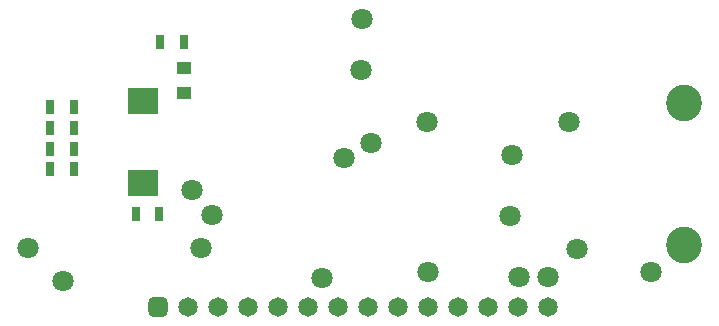
<source format=gbr>
%TF.GenerationSoftware,Altium Limited,Altium Designer,24.7.2 (38)*%
G04 Layer_Color=255*
%FSLAX43Y43*%
%MOMM*%
%TF.SameCoordinates,A6C98B59-F63B-4C8E-8392-574C2285590F*%
%TF.FilePolarity,Positive*%
%TF.FileFunction,Pads,Top*%
%TF.Part,Single*%
G01*
G75*
%TA.AperFunction,SMDPad,CuDef*%
%ADD13R,2.500X2.200*%
%ADD14R,1.200X1.100*%
%ADD15R,0.800X1.250*%
%TA.AperFunction,ComponentPad*%
%ADD16C,1.800*%
%ADD17O,3.000X3.100*%
%ADD18C,1.650*%
G04:AMPARAMS|DCode=19|XSize=1.65mm|YSize=1.65mm|CornerRadius=0.413mm|HoleSize=0mm|Usage=FLASHONLY|Rotation=180.000|XOffset=0mm|YOffset=0mm|HoleType=Round|Shape=RoundedRectangle|*
%AMROUNDEDRECTD19*
21,1,1.650,0.825,0,0,180.0*
21,1,0.825,1.650,0,0,180.0*
1,1,0.825,-0.413,0.413*
1,1,0.825,0.413,0.413*
1,1,0.825,0.413,-0.413*
1,1,0.825,-0.413,-0.413*
%
%ADD19ROUNDEDRECTD19*%
D13*
X12220Y14650D02*
D03*
Y21550D02*
D03*
D14*
X15646Y24400D02*
D03*
Y22300D02*
D03*
D15*
X13570Y12049D02*
D03*
X11570D02*
D03*
X4302Y21063D02*
D03*
X6302D02*
D03*
X6302Y19305D02*
D03*
X4302D02*
D03*
X6302Y17561D02*
D03*
X4302D02*
D03*
X4300Y15807D02*
D03*
X6300D02*
D03*
X13620Y26575D02*
D03*
X15620D02*
D03*
D16*
X27301Y6575D02*
D03*
X2426Y9150D02*
D03*
X31475Y18029D02*
D03*
X30687Y28575D02*
D03*
X17061Y9150D02*
D03*
X46510Y6691D02*
D03*
X48225Y19800D02*
D03*
X5450Y6350D02*
D03*
X30625Y24175D02*
D03*
X43421Y17035D02*
D03*
X55175Y7150D02*
D03*
X48939Y9100D02*
D03*
X36251Y19850D02*
D03*
X36350Y7150D02*
D03*
X18042Y11916D02*
D03*
X16308Y14050D02*
D03*
X29200Y16727D02*
D03*
X43275Y11829D02*
D03*
X44000Y6691D02*
D03*
D17*
X58000Y9400D02*
D03*
Y21400D02*
D03*
D18*
X26190Y4120D02*
D03*
X23650D02*
D03*
X21110D02*
D03*
X16030D02*
D03*
X18570D02*
D03*
X28730D02*
D03*
X31270D02*
D03*
X33810D02*
D03*
X36350D02*
D03*
X38890D02*
D03*
X41430D02*
D03*
X43970D02*
D03*
X46510D02*
D03*
D19*
X13490D02*
D03*
%TF.MD5,33b12071d3a61dee75706ce598335723*%
M02*

</source>
